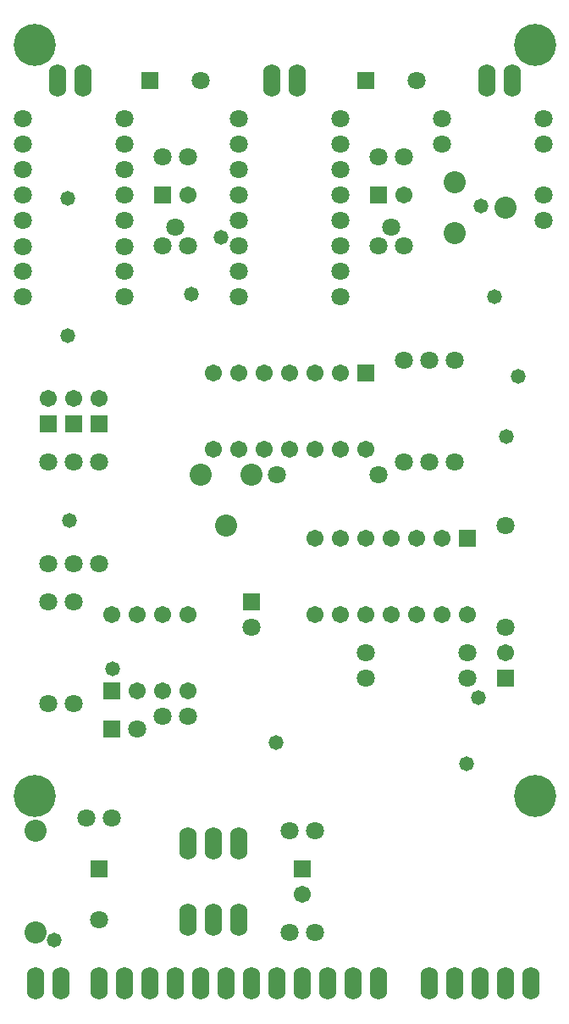
<source format=gts>
G04 Layer_Color=8388736*
%FSLAX43Y43*%
%MOMM*%
G71*
G01*
G75*
%ADD38C,4.203*%
%ADD39C,1.803*%
%ADD40C,1.703*%
%ADD41R,1.703X1.703*%
%ADD42O,1.727X3.251*%
%ADD43R,1.803X1.803*%
%ADD44C,1.803*%
%ADD45R,1.703X1.703*%
%ADD46C,2.203*%
%ADD47R,1.703X1.703*%
%ADD48C,1.703*%
%ADD49R,1.803X1.803*%
%ADD50C,1.473*%
D38*
X2500Y97500D02*
D03*
X52500D02*
D03*
X2500Y22500D02*
D03*
X52500D02*
D03*
D39*
X53340Y80010D02*
D03*
Y82550D02*
D03*
X1270Y90170D02*
D03*
X11430D02*
D03*
X1270Y72390D02*
D03*
X11430D02*
D03*
Y74930D02*
D03*
X1270D02*
D03*
X11430Y77419D02*
D03*
X1270D02*
D03*
X11430Y80010D02*
D03*
X1270D02*
D03*
X11430Y82550D02*
D03*
X1270D02*
D03*
X11430Y85090D02*
D03*
X1270D02*
D03*
Y87630D02*
D03*
X11430D02*
D03*
X17780Y77470D02*
D03*
X16510Y79375D02*
D03*
X15240Y77470D02*
D03*
X17780Y86360D02*
D03*
X15240D02*
D03*
X22860Y90170D02*
D03*
X33020D02*
D03*
X22860Y87630D02*
D03*
X33020D02*
D03*
Y85090D02*
D03*
X22860D02*
D03*
X33020Y82550D02*
D03*
X22860D02*
D03*
X33020Y80010D02*
D03*
X22860D02*
D03*
X33020Y77470D02*
D03*
X22860D02*
D03*
X33020Y74930D02*
D03*
X22860D02*
D03*
Y72390D02*
D03*
X33020D02*
D03*
X39370Y86360D02*
D03*
X36830D02*
D03*
X39370Y77470D02*
D03*
X38100Y79375D02*
D03*
X36830Y77470D02*
D03*
X43180Y87630D02*
D03*
X53340D02*
D03*
X43180Y90170D02*
D03*
X53340D02*
D03*
X39370Y55880D02*
D03*
Y66040D02*
D03*
X41910Y55880D02*
D03*
Y66040D02*
D03*
X44450Y55880D02*
D03*
Y66040D02*
D03*
X49530Y49530D02*
D03*
Y39370D02*
D03*
X35560Y36830D02*
D03*
X45720D02*
D03*
X35560Y34290D02*
D03*
X45720D02*
D03*
X3810Y45720D02*
D03*
Y55880D02*
D03*
X6350Y45720D02*
D03*
Y55880D02*
D03*
X8890Y45720D02*
D03*
Y55880D02*
D03*
X3810Y31750D02*
D03*
Y41910D02*
D03*
X6350Y31750D02*
D03*
Y41910D02*
D03*
X15240Y30480D02*
D03*
X17780D02*
D03*
X10160Y20320D02*
D03*
X7620D02*
D03*
X27940Y19050D02*
D03*
X30480D02*
D03*
X27940Y8890D02*
D03*
X30480D02*
D03*
X26670Y54610D02*
D03*
X36830D02*
D03*
D40*
X3810Y62230D02*
D03*
X6350D02*
D03*
X8890D02*
D03*
X17780Y82550D02*
D03*
X39370D02*
D03*
X30480Y40640D02*
D03*
X33020D02*
D03*
X35560D02*
D03*
X38100D02*
D03*
X40640D02*
D03*
X43180D02*
D03*
X45720D02*
D03*
X30480Y48260D02*
D03*
X33020D02*
D03*
X35560D02*
D03*
X38100D02*
D03*
X40640D02*
D03*
X43180D02*
D03*
X49530Y36830D02*
D03*
X29210Y12700D02*
D03*
D41*
X3810Y59690D02*
D03*
X6350D02*
D03*
X8890D02*
D03*
X45720Y48260D02*
D03*
X49530Y34290D02*
D03*
X29210Y15240D02*
D03*
D42*
X17780Y10160D02*
D03*
X20320D02*
D03*
X22860D02*
D03*
X17780Y17780D02*
D03*
X20320D02*
D03*
X22860D02*
D03*
X7270Y93980D02*
D03*
X4730D02*
D03*
X28770D02*
D03*
X26230D02*
D03*
X50270D02*
D03*
X47730D02*
D03*
X24130Y3810D02*
D03*
X21590D02*
D03*
X19050D02*
D03*
X26670D02*
D03*
X29210D02*
D03*
X16510D02*
D03*
X36830D02*
D03*
X34290D02*
D03*
X31750D02*
D03*
X13970D02*
D03*
X11430D02*
D03*
X8890D02*
D03*
X5080D02*
D03*
X2540D02*
D03*
X41910D02*
D03*
X44450D02*
D03*
X52070D02*
D03*
X49530D02*
D03*
X46990D02*
D03*
D43*
X35560Y93980D02*
D03*
X13970D02*
D03*
X10160Y29210D02*
D03*
D44*
X40640Y93980D02*
D03*
X19050D02*
D03*
X24130Y39370D02*
D03*
X12700Y29210D02*
D03*
X8890Y10160D02*
D03*
D45*
X15240Y82550D02*
D03*
X36830D02*
D03*
D46*
X44450Y78740D02*
D03*
Y83820D02*
D03*
X49530Y81280D02*
D03*
X2540Y8890D02*
D03*
Y19050D02*
D03*
X19050Y54610D02*
D03*
X24130D02*
D03*
X21590Y49530D02*
D03*
D47*
X35560Y64770D02*
D03*
X10160Y33020D02*
D03*
D48*
X33020Y64770D02*
D03*
X30480D02*
D03*
X27940D02*
D03*
X25400D02*
D03*
X22860D02*
D03*
X20320D02*
D03*
X35560Y57150D02*
D03*
X33020D02*
D03*
X30480D02*
D03*
X27940D02*
D03*
X25400D02*
D03*
X22860D02*
D03*
X20320D02*
D03*
X12700Y33020D02*
D03*
X15240D02*
D03*
X17780D02*
D03*
X10160Y40640D02*
D03*
X12700D02*
D03*
X15240D02*
D03*
X17780D02*
D03*
D49*
X24130Y41910D02*
D03*
X8890Y15240D02*
D03*
D50*
X4445Y8103D02*
D03*
X50825Y64465D02*
D03*
X10236Y35255D02*
D03*
X48438Y72390D02*
D03*
X26594Y27864D02*
D03*
X46838Y32309D02*
D03*
X47142Y81432D02*
D03*
X21133Y78283D02*
D03*
X5944Y50063D02*
D03*
X5766Y82245D02*
D03*
Y68504D02*
D03*
X49632Y58445D02*
D03*
X45644Y25730D02*
D03*
X18161Y72619D02*
D03*
M02*

</source>
